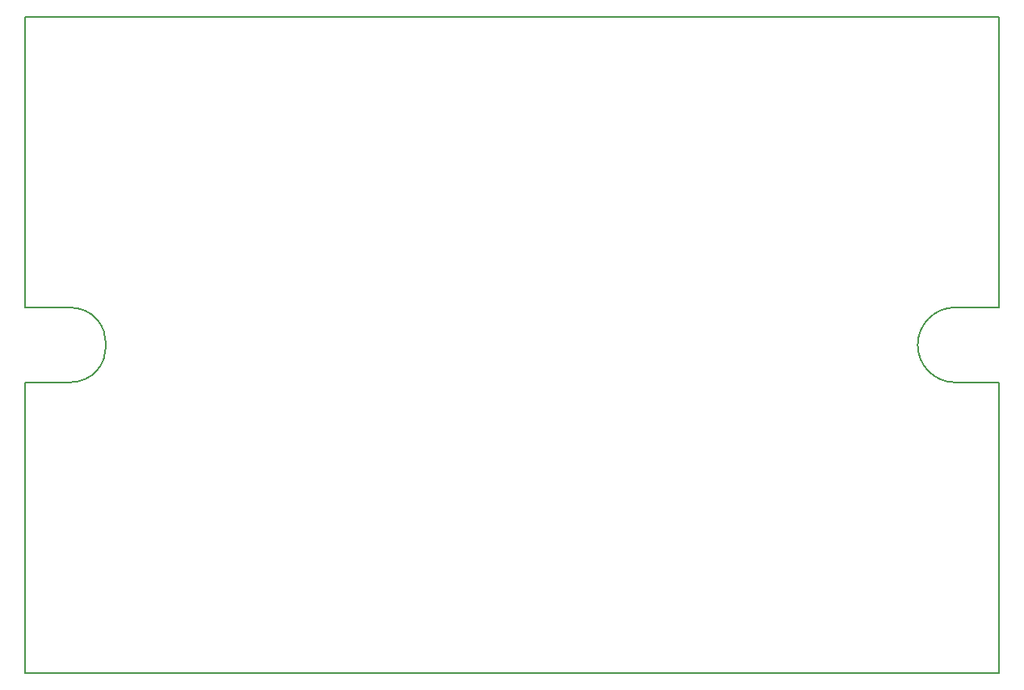
<source format=gbr>
G04 #@! TF.GenerationSoftware,KiCad,Pcbnew,5.1.4-e60b266~84~ubuntu18.04.1*
G04 #@! TF.CreationDate,2019-10-01T18:03:50+03:00*
G04 #@! TF.ProjectId,EV2400-EVM-Interface-Board,45563234-3030-42d4-9556-4d2d496e7465,v1.0*
G04 #@! TF.SameCoordinates,Original*
G04 #@! TF.FileFunction,Profile,NP*
%FSLAX46Y46*%
G04 Gerber Fmt 4.6, Leading zero omitted, Abs format (unit mm)*
G04 Created by KiCad (PCBNEW 5.1.4-e60b266~84~ubuntu18.04.1) date 2019-10-01 18:03:50*
%MOMM*%
%LPD*%
G04 APERTURE LIST*
%ADD10C,0.127000*%
G04 APERTURE END LIST*
D10*
X202108000Y-98350000D02*
X197545981Y-98349959D01*
X202108000Y-98350000D02*
X202108000Y-128834000D01*
X197545981Y-98349959D02*
G75*
G02X197528000Y-90484000I-17981J3932959D01*
G01*
X197528000Y-90484000D02*
X202108000Y-90484000D01*
X100000000Y-128834000D02*
X100000000Y-98350000D01*
X104580000Y-90484000D02*
X100000000Y-90484000D01*
X104580000Y-98350000D02*
X100000000Y-98350000D01*
X104580000Y-90484000D02*
G75*
G02X104580000Y-98350000I0J-3933000D01*
G01*
X100000000Y-90484000D02*
X100000000Y-60000000D01*
X100000000Y-128834000D02*
X202108000Y-128834000D01*
X202108000Y-60000000D02*
X202108000Y-90484000D01*
X100000000Y-60000000D02*
X202108000Y-60000000D01*
M02*

</source>
